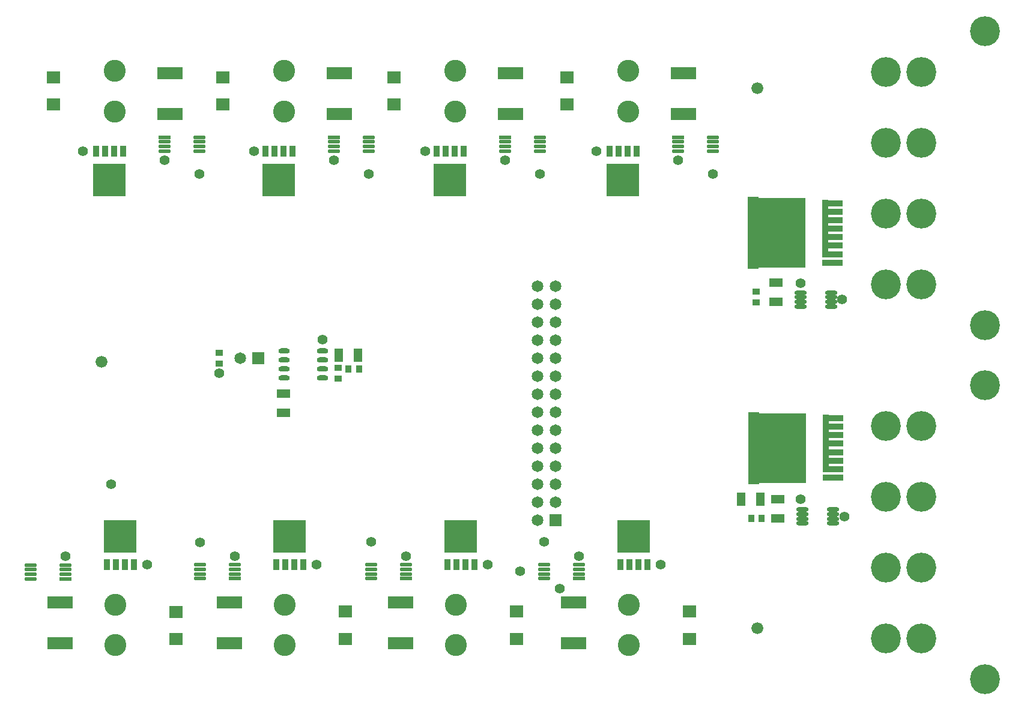
<source format=gts>
G04 Layer_Color=8388736*
%FSLAX23Y23*%
%MOIN*%
G70*
G01*
G75*
%ADD41R,0.142X0.071*%
%ADD42O,0.069X0.022*%
%ADD43R,0.069X0.022*%
%ADD44R,0.184X0.181*%
%ADD45R,0.034X0.060*%
%ADD46R,0.072X0.071*%
%ADD47O,0.069X0.024*%
%ADD48R,0.049X0.073*%
%ADD49R,0.116X0.037*%
%ADD50R,0.146X0.388*%
%ADD51R,0.041X0.034*%
%ADD52O,0.063X0.030*%
%ADD53R,0.073X0.049*%
%ADD54R,0.034X0.041*%
%ADD55R,0.037X0.321*%
%ADD56R,0.061X0.404*%
%ADD57R,0.152X0.388*%
%ADD58C,0.066*%
%ADD59C,0.006*%
%ADD60C,0.122*%
%ADD61C,0.166*%
%ADD62C,0.065*%
%ADD63R,0.065X0.065*%
%ADD64R,0.065X0.065*%
%ADD65C,0.056*%
D41*
X4600Y1643D02*
D03*
Y1417D02*
D03*
X3640Y1643D02*
D03*
Y1417D02*
D03*
X2690Y1643D02*
D03*
Y1417D02*
D03*
X1750Y1643D02*
D03*
Y1416D02*
D03*
X2360Y4357D02*
D03*
Y4583D02*
D03*
X3300Y4357D02*
D03*
Y4583D02*
D03*
X4250Y4357D02*
D03*
Y4583D02*
D03*
X5210Y4357D02*
D03*
Y4583D02*
D03*
D42*
X4437Y1851D02*
D03*
Y1825D02*
D03*
Y1799D02*
D03*
Y1774D02*
D03*
X4630Y1851D02*
D03*
Y1825D02*
D03*
Y1799D02*
D03*
X5373Y4149D02*
D03*
Y4175D02*
D03*
Y4201D02*
D03*
Y4226D02*
D03*
X5180Y4149D02*
D03*
Y4175D02*
D03*
Y4201D02*
D03*
X4413Y4149D02*
D03*
Y4175D02*
D03*
Y4201D02*
D03*
Y4226D02*
D03*
X4220Y4149D02*
D03*
Y4175D02*
D03*
Y4201D02*
D03*
X3463Y4149D02*
D03*
Y4175D02*
D03*
Y4201D02*
D03*
Y4226D02*
D03*
X3270Y4149D02*
D03*
Y4175D02*
D03*
Y4201D02*
D03*
X2523Y4149D02*
D03*
Y4175D02*
D03*
Y4201D02*
D03*
Y4226D02*
D03*
X2330Y4149D02*
D03*
Y4175D02*
D03*
Y4201D02*
D03*
X3477Y1851D02*
D03*
Y1825D02*
D03*
Y1799D02*
D03*
Y1774D02*
D03*
X3670Y1851D02*
D03*
Y1825D02*
D03*
Y1799D02*
D03*
X2527Y1851D02*
D03*
Y1825D02*
D03*
Y1799D02*
D03*
Y1774D02*
D03*
X2720Y1851D02*
D03*
Y1825D02*
D03*
Y1799D02*
D03*
X1587Y1850D02*
D03*
Y1825D02*
D03*
Y1799D02*
D03*
Y1773D02*
D03*
X1780Y1850D02*
D03*
Y1825D02*
D03*
Y1799D02*
D03*
D43*
X4630Y1774D02*
D03*
X5180Y4226D02*
D03*
X4220D02*
D03*
X3270D02*
D03*
X2330D02*
D03*
X3670Y1774D02*
D03*
X2720D02*
D03*
X1780Y1773D02*
D03*
D44*
X4935Y2010D02*
D03*
X3975D02*
D03*
X3025D02*
D03*
X2085Y2010D02*
D03*
X4875Y3990D02*
D03*
X3915D02*
D03*
X2965D02*
D03*
X2025D02*
D03*
D45*
X5010Y1852D02*
D03*
X4960D02*
D03*
X4910D02*
D03*
X4860D02*
D03*
X4050D02*
D03*
X4000D02*
D03*
X3950D02*
D03*
X3900D02*
D03*
X3100D02*
D03*
X3050D02*
D03*
X3000D02*
D03*
X2950D02*
D03*
X2160Y1852D02*
D03*
X2110D02*
D03*
X2060D02*
D03*
X2010D02*
D03*
X4800Y4148D02*
D03*
X4850D02*
D03*
X4900D02*
D03*
X4950D02*
D03*
X3840D02*
D03*
X3890D02*
D03*
X3940D02*
D03*
X3990D02*
D03*
X2890D02*
D03*
X2940D02*
D03*
X2990D02*
D03*
X3040D02*
D03*
X1950D02*
D03*
X2000D02*
D03*
X2050D02*
D03*
X2100D02*
D03*
D46*
X4565Y4560D02*
D03*
Y4409D02*
D03*
X3605Y4560D02*
D03*
Y4409D02*
D03*
X2655Y4560D02*
D03*
Y4409D02*
D03*
X1715Y4560D02*
D03*
Y4409D02*
D03*
X5245Y1440D02*
D03*
Y1591D02*
D03*
X4285Y1440D02*
D03*
Y1591D02*
D03*
X3335Y1440D02*
D03*
Y1591D02*
D03*
X2395Y1440D02*
D03*
Y1590D02*
D03*
D47*
X6040Y2082D02*
D03*
Y2107D02*
D03*
Y2133D02*
D03*
Y2158D02*
D03*
X5870Y2082D02*
D03*
Y2107D02*
D03*
Y2133D02*
D03*
Y2158D02*
D03*
X6030Y3287D02*
D03*
Y3312D02*
D03*
Y3338D02*
D03*
Y3363D02*
D03*
X5860Y3287D02*
D03*
Y3312D02*
D03*
Y3338D02*
D03*
Y3363D02*
D03*
D48*
X3403Y3015D02*
D03*
X3297D02*
D03*
X5532Y2215D02*
D03*
X5638D02*
D03*
D49*
X6037Y3530D02*
D03*
Y3577D02*
D03*
Y3624D02*
D03*
Y3860D02*
D03*
Y3813D02*
D03*
Y3766D02*
D03*
Y3719D02*
D03*
Y3671D02*
D03*
X6042Y2335D02*
D03*
Y2382D02*
D03*
Y2429D02*
D03*
Y2665D02*
D03*
Y2618D02*
D03*
Y2571D02*
D03*
Y2524D02*
D03*
Y2476D02*
D03*
D50*
X5680Y3695D02*
D03*
X5685Y2500D02*
D03*
D51*
X5615Y3370D02*
D03*
Y3310D02*
D03*
X3295Y2885D02*
D03*
Y2945D02*
D03*
X2635Y3030D02*
D03*
Y2970D02*
D03*
D52*
X2993Y3040D02*
D03*
Y2990D02*
D03*
Y2940D02*
D03*
Y2890D02*
D03*
X3207Y3040D02*
D03*
Y2990D02*
D03*
Y2940D02*
D03*
Y2890D02*
D03*
D53*
X5725Y3418D02*
D03*
Y3312D02*
D03*
X5735Y2216D02*
D03*
Y2110D02*
D03*
X2990Y2697D02*
D03*
Y2803D02*
D03*
D54*
X5586Y2110D02*
D03*
X5645D02*
D03*
X3350Y2940D02*
D03*
X3410D02*
D03*
D55*
X5997Y3719D02*
D03*
X6002Y2524D02*
D03*
D56*
X5596Y3695D02*
D03*
X5601Y2500D02*
D03*
D57*
X5810Y3695D02*
D03*
X5815Y2500D02*
D03*
D58*
X5620Y4500D02*
D03*
Y1500D02*
D03*
X1980Y2980D02*
D03*
D59*
X4767Y4703D02*
D03*
X3807D02*
D03*
X2857D02*
D03*
X1917D02*
D03*
X5043Y1297D02*
D03*
X4083D02*
D03*
X3133D02*
D03*
X2193D02*
D03*
D60*
X4904Y4594D02*
D03*
Y4370D02*
D03*
X3944Y4594D02*
D03*
Y4370D02*
D03*
X2994Y4594D02*
D03*
Y4370D02*
D03*
X2054Y4594D02*
D03*
Y4370D02*
D03*
X4906Y1406D02*
D03*
Y1630D02*
D03*
X3946Y1406D02*
D03*
Y1630D02*
D03*
X2996Y1406D02*
D03*
Y1630D02*
D03*
X2056Y1406D02*
D03*
Y1630D02*
D03*
D61*
X6884Y4814D02*
D03*
Y3182D02*
D03*
X6530Y4589D02*
D03*
X6333D02*
D03*
Y4195D02*
D03*
X6530D02*
D03*
Y3801D02*
D03*
X6333D02*
D03*
Y3408D02*
D03*
X6530D02*
D03*
X6884Y2848D02*
D03*
Y1216D02*
D03*
X6530Y2622D02*
D03*
X6333D02*
D03*
Y2229D02*
D03*
X6530D02*
D03*
Y1835D02*
D03*
X6333D02*
D03*
Y1441D02*
D03*
X6530D02*
D03*
D62*
X4400Y3400D02*
D03*
X4500D02*
D03*
X4400Y3300D02*
D03*
X4500D02*
D03*
X4400Y3200D02*
D03*
X4500D02*
D03*
X4400Y3100D02*
D03*
X4500D02*
D03*
X4400Y3000D02*
D03*
X4500D02*
D03*
X4400Y2900D02*
D03*
X4500D02*
D03*
X4400Y2800D02*
D03*
X4500D02*
D03*
X4400Y2700D02*
D03*
X4500D02*
D03*
X4400Y2600D02*
D03*
X4500D02*
D03*
X4400Y2500D02*
D03*
X4500D02*
D03*
X4400Y2400D02*
D03*
X4500D02*
D03*
X4400Y2300D02*
D03*
X4500D02*
D03*
X4400Y2200D02*
D03*
X4500D02*
D03*
X4400Y2100D02*
D03*
X2750Y3000D02*
D03*
D63*
X4500Y2100D02*
D03*
D64*
X2850Y3000D02*
D03*
D65*
X4305Y1815D02*
D03*
X4525Y1718D02*
D03*
X2035Y2300D02*
D03*
X2527Y1977D02*
D03*
X3477Y1978D02*
D03*
X4437D02*
D03*
X4630Y1900D02*
D03*
X5083Y1852D02*
D03*
X3670Y1900D02*
D03*
X4123Y1852D02*
D03*
X2720Y1900D02*
D03*
X3173Y1852D02*
D03*
X1780Y1900D02*
D03*
X2233Y1852D02*
D03*
X1877Y4148D02*
D03*
X2827D02*
D03*
X3777D02*
D03*
X4727D02*
D03*
X2330Y4100D02*
D03*
X3270D02*
D03*
X4220D02*
D03*
X5180D02*
D03*
X5373Y4023D02*
D03*
X4413Y4022D02*
D03*
X3463D02*
D03*
X2523D02*
D03*
X6090Y3325D02*
D03*
X6105Y2120D02*
D03*
X5860Y2215D02*
D03*
X5860Y3415D02*
D03*
X3207Y3102D02*
D03*
X2635Y2915D02*
D03*
M02*

</source>
